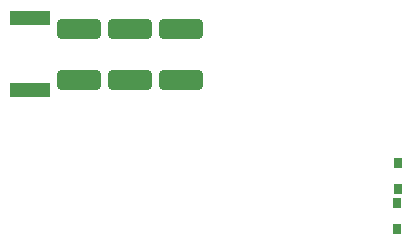
<source format=gbr>
%TF.GenerationSoftware,Altium Limited,Altium Designer,22.9.1 (49)*%
G04 Layer_Color=128*
%FSLAX45Y45*%
%MOMM*%
%TF.SameCoordinates,C6D2A98E-D71B-44EB-B230-12E80A119C5B*%
%TF.FilePolarity,Positive*%
%TF.FileFunction,Paste,Bot*%
%TF.Part,Single*%
G01*
G75*
%TA.AperFunction,SMDPad,CuDef*%
G04:AMPARAMS|DCode=31|XSize=1.7mm|YSize=3.8mm|CornerRadius=0.425mm|HoleSize=0mm|Usage=FLASHONLY|Rotation=90.000|XOffset=0mm|YOffset=0mm|HoleType=Round|Shape=RoundedRectangle|*
%AMROUNDEDRECTD31*
21,1,1.70000,2.95000,0,0,90.0*
21,1,0.85000,3.80000,0,0,90.0*
1,1,0.85000,1.47500,0.42500*
1,1,0.85000,1.47500,-0.42500*
1,1,0.85000,-1.47500,-0.42500*
1,1,0.85000,-1.47500,0.42500*
%
%ADD31ROUNDEDRECTD31*%
%ADD52R,3.40000X1.25000*%
%ADD53R,0.80000X0.90000*%
D31*
X1327460Y4317499D02*
D03*
Y4747501D02*
D03*
X1757500Y4317499D02*
D03*
Y4747501D02*
D03*
X2187540Y4317499D02*
D03*
Y4747501D02*
D03*
D52*
X910118Y4227494D02*
D03*
Y4837490D02*
D03*
D53*
X4022500Y3607500D02*
D03*
Y3387500D02*
D03*
X4017500Y3052500D02*
D03*
Y3272500D02*
D03*
%TF.MD5,3c419088b04aeea3f6f3d35c7e32d3e8*%
M02*

</source>
